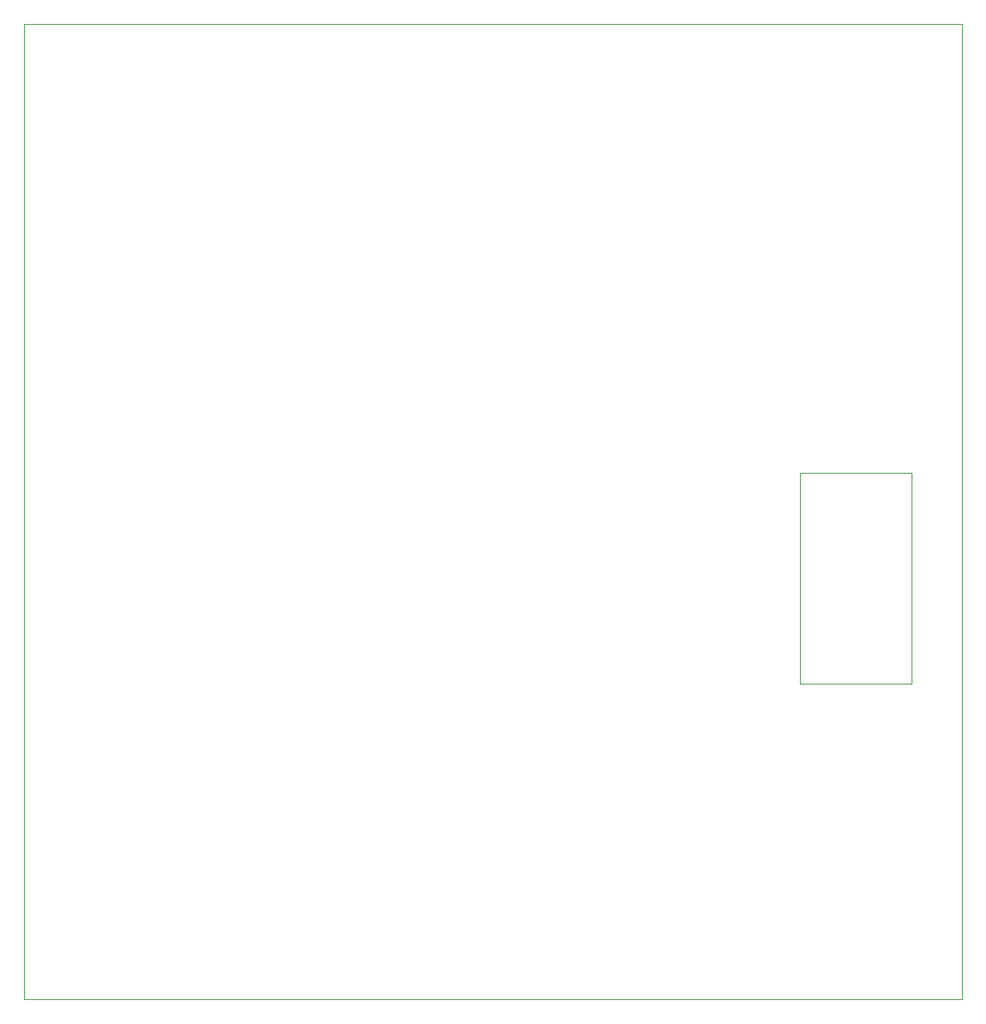
<source format=gbr>
%TF.GenerationSoftware,KiCad,Pcbnew,8.0.5*%
%TF.CreationDate,2024-09-23T14:05:06-05:00*%
%TF.ProjectId,LogicR,4c6f6769-6352-42e6-9b69-6361645f7063,rev?*%
%TF.SameCoordinates,Original*%
%TF.FileFunction,Profile,NP*%
%FSLAX46Y46*%
G04 Gerber Fmt 4.6, Leading zero omitted, Abs format (unit mm)*
G04 Created by KiCad (PCBNEW 8.0.5) date 2024-09-23 14:05:06*
%MOMM*%
%LPD*%
G01*
G04 APERTURE LIST*
%TA.AperFunction,Profile*%
%ADD10C,0.050000*%
%TD*%
G04 APERTURE END LIST*
D10*
X49500000Y-45000000D02*
X152000000Y-45000000D01*
X152000000Y-151500000D01*
X49500000Y-151500000D01*
X49500000Y-45000000D01*
X134300000Y-94000000D02*
X146500000Y-94000000D01*
X146500000Y-117000000D01*
X134300000Y-117000000D01*
X134300000Y-94000000D01*
M02*

</source>
